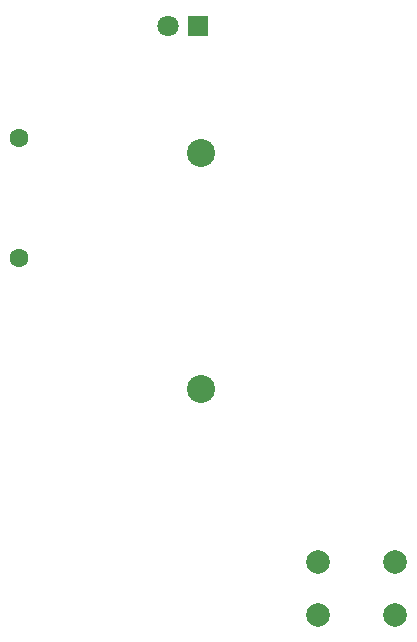
<source format=gbr>
%TF.GenerationSoftware,KiCad,Pcbnew,9.0.7*%
%TF.CreationDate,2026-01-21T21:34:25-07:00*%
%TF.ProjectId,WolfPCB,576f6c66-5043-4422-9e6b-696361645f70,1*%
%TF.SameCoordinates,Original*%
%TF.FileFunction,Soldermask,Bot*%
%TF.FilePolarity,Negative*%
%FSLAX46Y46*%
G04 Gerber Fmt 4.6, Leading zero omitted, Abs format (unit mm)*
G04 Created by KiCad (PCBNEW 9.0.7) date 2026-01-21 21:34:25*
%MOMM*%
%LPD*%
G01*
G04 APERTURE LIST*
%ADD10C,1.600000*%
%ADD11R,1.800000X1.800000*%
%ADD12C,1.800000*%
%ADD13C,2.000000*%
%ADD14C,2.379000*%
G04 APERTURE END LIST*
D10*
%TO.C,R1*%
X131445000Y-93726000D03*
X131445000Y-103886000D03*
%TD*%
D11*
%TO.C,D1*%
X146558000Y-84201000D03*
D12*
X144018000Y-84201000D03*
%TD*%
D13*
%TO.C,SW1*%
X156770000Y-129576000D03*
X163270000Y-129576000D03*
X156770000Y-134076000D03*
X163270000Y-134076000D03*
%TD*%
D14*
%TO.C,2032 BAT*%
X146812000Y-114973000D03*
X146812000Y-94973000D03*
%TD*%
M02*

</source>
